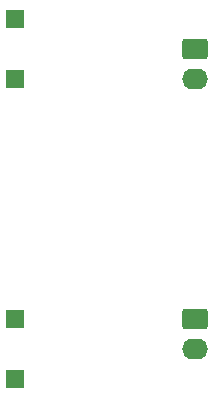
<source format=gbr>
%TF.GenerationSoftware,KiCad,Pcbnew,7.0.9*%
%TF.CreationDate,2023-11-16T11:26:24-06:00*%
%TF.ProjectId,bridge,62726964-6765-42e6-9b69-6361645f7063,D*%
%TF.SameCoordinates,Original*%
%TF.FileFunction,Soldermask,Bot*%
%TF.FilePolarity,Negative*%
%FSLAX46Y46*%
G04 Gerber Fmt 4.6, Leading zero omitted, Abs format (unit mm)*
G04 Created by KiCad (PCBNEW 7.0.9) date 2023-11-16 11:26:24*
%MOMM*%
%LPD*%
G01*
G04 APERTURE LIST*
G04 Aperture macros list*
%AMRoundRect*
0 Rectangle with rounded corners*
0 $1 Rounding radius*
0 $2 $3 $4 $5 $6 $7 $8 $9 X,Y pos of 4 corners*
0 Add a 4 corners polygon primitive as box body*
4,1,4,$2,$3,$4,$5,$6,$7,$8,$9,$2,$3,0*
0 Add four circle primitives for the rounded corners*
1,1,$1+$1,$2,$3*
1,1,$1+$1,$4,$5*
1,1,$1+$1,$6,$7*
1,1,$1+$1,$8,$9*
0 Add four rect primitives between the rounded corners*
20,1,$1+$1,$2,$3,$4,$5,0*
20,1,$1+$1,$4,$5,$6,$7,0*
20,1,$1+$1,$6,$7,$8,$9,0*
20,1,$1+$1,$8,$9,$2,$3,0*%
G04 Aperture macros list end*
%ADD10RoundRect,0.250000X-0.550000X-0.550000X0.550000X-0.550000X0.550000X0.550000X-0.550000X0.550000X0*%
%ADD11RoundRect,0.250000X-0.845000X0.620000X-0.845000X-0.620000X0.845000X-0.620000X0.845000X0.620000X0*%
%ADD12O,2.190000X1.740000*%
G04 APERTURE END LIST*
D10*
%TO.C,J6*%
X111760000Y-50800000D03*
%TD*%
%TO.C,J2*%
X111760000Y-76200000D03*
%TD*%
%TO.C,J1*%
X111760000Y-71120000D03*
%TD*%
D11*
%TO.C,J4*%
X127000000Y-71120000D03*
D12*
X127000000Y-73660000D03*
%TD*%
D11*
%TO.C,J3*%
X127000000Y-48260000D03*
D12*
X127000000Y-50800000D03*
%TD*%
D10*
%TO.C,J5*%
X111760000Y-45720000D03*
%TD*%
M02*

</source>
